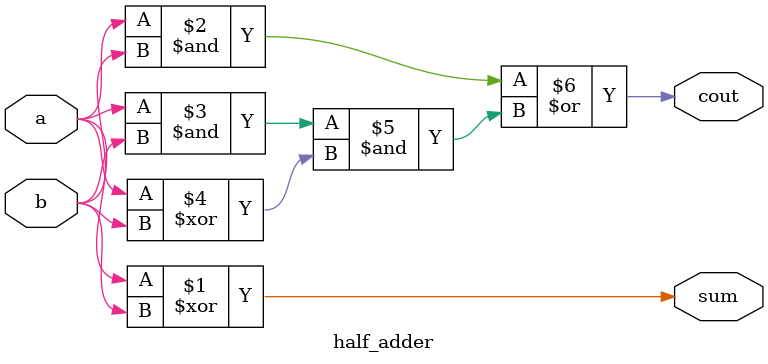
<source format=v>
module half_adder( 
input a, b,
output cout, sum );

assign sum = a^b;
assign cout = (a&b) | (a&b)&(a^b);

endmodule

</source>
